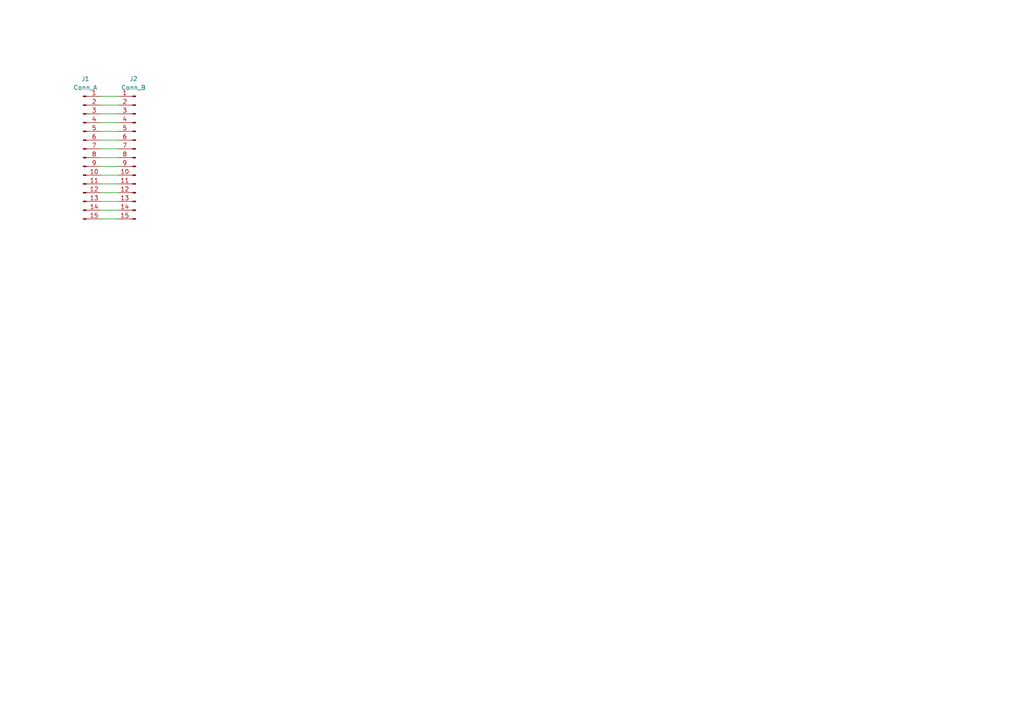
<source format=kicad_sch>
(kicad_sch (version 20231120) (generator "eeschema") (generator_version "8.0")
  (paper "A4")
  (lib_symbols
    (symbol "Connector:Conn_01x15_Pin" (pin_names (offset 1.016) hide)
      (property "Reference" "J" (at 0 20.32 0))
      (property "Value" "Conn_01x15_Pin" (at 0 -20.32 0))
      (symbol "Conn_01x15_Pin_1_1"
        (polyline (pts (xy 1.27 -17.78) (xy 0.8636 -17.78)) (stroke (width 0.1524)))
        (polyline (pts (xy 1.27 -15.24) (xy 0.8636 -15.24)) (stroke (width 0.1524)))
        (polyline (pts (xy 1.27 -12.7) (xy 0.8636 -12.7)) (stroke (width 0.1524)))
        (polyline (pts (xy 1.27 -10.16) (xy 0.8636 -10.16)) (stroke (width 0.1524)))
        (polyline (pts (xy 1.27 -7.62) (xy 0.8636 -7.62)) (stroke (width 0.1524)))
        (polyline (pts (xy 1.27 -5.08) (xy 0.8636 -5.08)) (stroke (width 0.1524)))
        (polyline (pts (xy 1.27 -2.54) (xy 0.8636 -2.54)) (stroke (width 0.1524)))
        (polyline (pts (xy 1.27 0) (xy 0.8636 0)) (stroke (width 0.1524)))
        (polyline (pts (xy 1.27 2.54) (xy 0.8636 2.54)) (stroke (width 0.1524)))
        (polyline (pts (xy 1.27 5.08) (xy 0.8636 5.08)) (stroke (width 0.1524)))
        (polyline (pts (xy 1.27 7.62) (xy 0.8636 7.62)) (stroke (width 0.1524)))
        (polyline (pts (xy 1.27 10.16) (xy 0.8636 10.16)) (stroke (width 0.1524)))
        (polyline (pts (xy 1.27 12.7) (xy 0.8636 12.7)) (stroke (width 0.1524)))
        (polyline (pts (xy 1.27 15.24) (xy 0.8636 15.24)) (stroke (width 0.1524)))
        (polyline (pts (xy 1.27 17.78) (xy 0.8636 17.78)) (stroke (width 0.1524)))
        (rectangle (start 0.8636 -17.653) (end 0 -17.907) (stroke (width 0.1524)) (fill (type outline)))
        (rectangle (start 0.8636 -15.113) (end 0 -15.367) (stroke (width 0.1524)) (fill (type outline)))
        (rectangle (start 0.8636 -12.573) (end 0 -12.827) (stroke (width 0.1524)) (fill (type outline)))
        (rectangle (start 0.8636 -10.033) (end 0 -10.287) (stroke (width 0.1524)) (fill (type outline)))
        (rectangle (start 0.8636 -7.493) (end 0 -7.747) (stroke (width 0.1524)) (fill (type outline)))
        (rectangle (start 0.8636 -4.953) (end 0 -5.207) (stroke (width 0.1524)) (fill (type outline)))
        (rectangle (start 0.8636 -2.413) (end 0 -2.667) (stroke (width 0.1524)) (fill (type outline)))
        (rectangle (start 0.8636 0.127) (end 0 -0.127) (stroke (width 0.1524)) (fill (type outline)))
        (rectangle (start 0.8636 2.667) (end 0 2.413) (stroke (width 0.1524)) (fill (type outline)))
        (rectangle (start 0.8636 5.207) (end 0 4.953) (stroke (width 0.1524)) (fill (type outline)))
        (rectangle (start 0.8636 7.747) (end 0 7.493) (stroke (width 0.1524)) (fill (type outline)))
        (rectangle (start 0.8636 10.287) (end 0 10.033) (stroke (width 0.1524)) (fill (type outline)))
        (rectangle (start 0.8636 12.827) (end 0 12.573) (stroke (width 0.1524)) (fill (type outline)))
        (rectangle (start 0.8636 15.367) (end 0 15.113) (stroke (width 0.1524)) (fill (type outline)))
        (rectangle (start 0.8636 17.907) (end 0 17.653) (stroke (width 0.1524)) (fill (type outline)))
        (pin passive line (at 5.08 17.78 180) (length 3.81) (name "Pin_1") (number "1"))
        (pin passive line (at 5.08 -5.08 180) (length 3.81) (name "Pin_10") (number "10"))
        (pin passive line (at 5.08 -7.62 180) (length 3.81) (name "Pin_11") (number "11"))
        (pin passive line (at 5.08 -10.16 180) (length 3.81) (name "Pin_12") (number "12"))
        (pin passive line (at 5.08 -12.7 180) (length 3.81) (name "Pin_13") (number "13"))
        (pin passive line (at 5.08 -15.24 180) (length 3.81) (name "Pin_14") (number "14"))
        (pin passive line (at 5.08 -17.78 180) (length 3.81) (name "Pin_15") (number "15"))
        (pin passive line (at 5.08 15.24 180) (length 3.81) (name "Pin_2") (number "2"))
        (pin passive line (at 5.08 12.7 180) (length 3.81) (name "Pin_3") (number "3"))
        (pin passive line (at 5.08 10.16 180) (length 3.81) (name "Pin_4") (number "4"))
        (pin passive line (at 5.08 7.62 180) (length 3.81) (name "Pin_5") (number "5"))
        (pin passive line (at 5.08 5.08 180) (length 3.81) (name "Pin_6") (number "6"))
        (pin passive line (at 5.08 2.54 180) (length 3.81) (name "Pin_7") (number "7"))
        (pin passive line (at 5.08 0 180) (length 3.81) (name "Pin_8") (number "8"))
        (pin passive line (at 5.08 -2.54 180) (length 3.81) (name "Pin_9") (number "9"))
      )
    )
  )
  (wire (pts (xy 34.29 53.34) (xy 29.21 53.34)))
  (wire (pts (xy 34.29 55.88) (xy 29.21 55.88)))
  (wire (pts (xy 34.29 50.8) (xy 29.21 50.8)))
  (wire (pts (xy 34.29 63.5) (xy 29.21 63.5)))
  (wire (pts (xy 34.29 27.94) (xy 29.21 27.94)))
  (wire (pts (xy 34.29 30.48) (xy 29.21 30.48)))
  (wire (pts (xy 34.29 33.02) (xy 29.21 33.02)))
  (wire (pts (xy 34.29 40.64) (xy 29.21 40.64)))
  (wire (pts (xy 34.29 60.96) (xy 29.21 60.96)))
  (wire (pts (xy 34.29 45.72) (xy 29.21 45.72)))
  (wire (pts (xy 34.29 35.56) (xy 29.21 35.56)))
  (wire (pts (xy 34.29 48.26) (xy 29.21 48.26)))
  (wire (pts (xy 34.29 43.18) (xy 29.21 43.18)))
  (wire (pts (xy 34.29 38.1) (xy 29.21 38.1)))
  (wire (pts (xy 34.29 58.42) (xy 29.21 58.42)))
  (symbol (lib_id "Connector:Conn_01x15_Pin") (at 39.37 45.72 0) (mirror y) (unit 1)
    (property "Reference" "J2" (at 38.735 22.86 0))
    (property "Value" "Conn_B" (at 38.735 25.4 0))
    (property "Footprint" "@2024TOINIOT2-FPC-FFC:FPC-FFC" (effects (hide yes)))
    (property "Description" "Generic connector, single row, 01x15, script generated" (effects (hide yes)))
  )
  (symbol (lib_id "Connector:Conn_01x15_Pin") (at 24.13 45.72 0) (unit 1)
    (property "Reference" "J1" (at 24.765 22.86 0))
    (property "Value" "Conn_A" (at 24.765 25.4 0))
    (property "Footprint" "@2024TOINIOT2-FPC-FFC:FPC-FFC" (effects (hide yes)))
    (property "Description" "Generic connector, single row, 01x15, script generated" (effects (hide yes)))
  )
)
</source>
